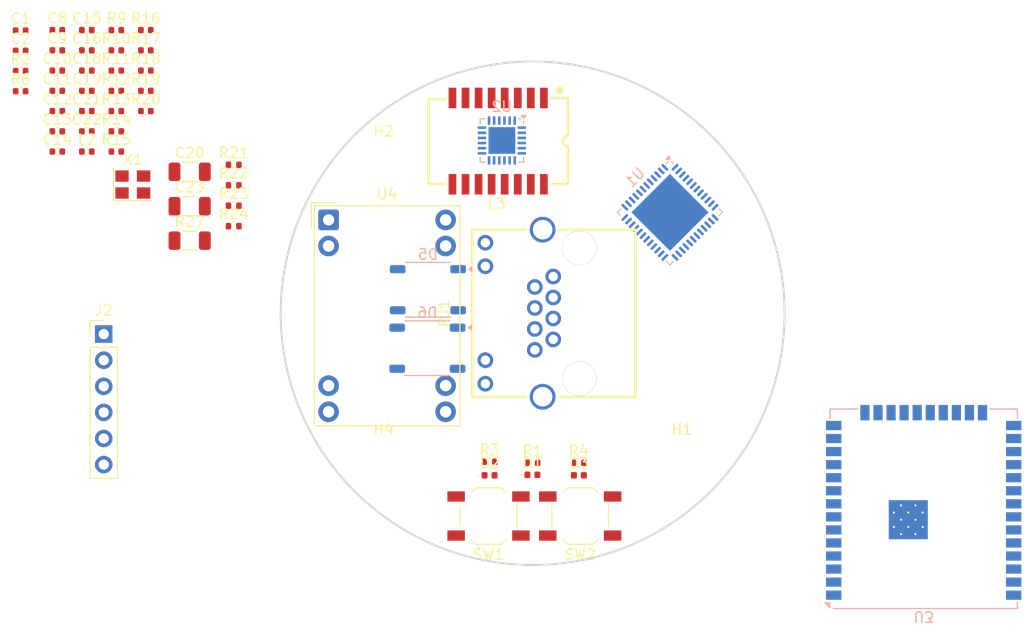
<source format=kicad_pcb>
(kicad_pcb (version 20240108) (generator "pcbnew") (generator_version "8.0")
  (layers (0 "F.Cu" signal) (1 "In1.Cu" power "GND") (2 "In2.Cu" signal) (3 "In3.Cu" signal) (4 "In4.Cu" power "GND2") (31 "B.Cu" signal) (34 "B.Paste" user) (35 "F.Paste" user) (36 "B.SilkS" user "B.Silkscreen") (37 "F.SilkS" user "F.Silkscreen") (38 "B.Mask" user) (39 "F.Mask" user) (44 "Edge.Cuts" user))
  (net 0 "")
  (net 1 "EN")
  (net 2 "GND")
  (net 3 "UserButton")
  (net 4 "VCC")
  (net 5 "+3V3")
  (net 6 "nRST")
  (net 7 "Net-(U2-VDDCR)")
  (net 8 "+3.3VA")
  (net 9 "CLK50M")
  (net 10 "Net-(C18-Pad2)")
  (net 11 "Net-(L3-RXCT)")
  (net 12 "Net-(L3-TXCT)")
  (net 13 "Net-(C19-Pad2)")
  (net 14 "Net-(C20-Pad1)")
  (net 15 "Earth")
  (net 16 "Net-(C21-Pad2)")
  (net 17 "Net-(C21-Pad1)")
  (net 18 "Net-(C22-Pad1)")
  (net 19 "Net-(C22-Pad2)")
  (net 20 "Net-(D1-A)")
  (net 21 "Net-(D2-A)")
  (net 22 "StateLED")
  (net 23 "Net-(D3-A)")
  (net 24 "Net-(D5-+)")
  (net 25 "Net-(D5--)")
  (net 26 "TX")
  (net 27 "IO0")
  (net 28 "RX")
  (net 29 "Net-(L3-TX-)")
  (net 30 "RXP")
  (net 31 "TXN")
  (net 32 "Net-(L3-RX+)")
  (net 33 "TXP")
  (net 34 "RXN")
  (net 35 "Net-(L3-RX-)")
  (net 36 "Net-(L3-TX+)")
  (net 37 "IO13_RXER")
  (net 38 "IO18_MDIO")
  (net 39 "OSCIN")
  (net 40 "ETHLEDGreen")
  (net 41 "Net-(U2-LED1{slash}REGOFF)")
  (net 42 "ETHLEDYel")
  (net 43 "Net-(U2-LED2{slash}nINTSEL)")
  (net 44 "Net-(U2-RBIAS)")
  (net 45 "+3.3V")
  (net 46 "IO19_TXD0")
  (net 47 "IO27_CRS_DV")
  (net 48 "IO23_MDC")
  (net 49 "IO34")
  (net 50 "IO12")
  (net 51 "IO25_RXD0")
  (net 52 "IO33")
  (net 53 "IO26_RXD1")
  (net 54 "WS28_Out")
  (net 55 "IO4")
  (net 56 "IO16_OSC_EN")
  (net 57 "IO32")
  (net 58 "IO21_TXEN")
  (net 59 "PowerSW")
  (net 60 "IO35")
  (net 61 "IO5")
  (net 62 "IO22_TXD1")
  (net 91 "Net-(U1-VDDA3P3-Pad3)")
  (net 106 "Net-(U1-VDDA-Pad1)")
  (footprint "LED_SMD:LED_0402_1005Metric" (layer "F.Cu") (at 148.2852 117.5258)
    (property "Reference" "D2" (at 0 -1.17 0) (layer "F.SilkS"))
    (property "Value" "LED")
    (pad "1" smd roundrect (at -0.485 0) (size 0.59 0.64) (layers "F.Cu" "F.Paste" "F.Mask") (net 2 "GND"))
    (pad "2" smd roundrect (at 0.485 0) (size 0.59 0.64) (layers "F.Cu" "F.Paste" "F.Mask") (net 21 "Net-(D2-A)"))
  )
  (footprint "Resistor_SMD:R_0402_1005Metric" (layer "F.Cu") (at 156.9466 116.3066)
    (property "Reference" "R4" (at 0 -1.17 0) (layer "F.SilkS"))
    (property "Value" "1k")
    (pad "1" smd roundrect (at -0.51 0) (size 0.54 0.64) (layers "F.Cu" "F.Paste" "F.Mask") (net 5 "+3V3"))
    (pad "2" smd roundrect (at 0.51 0) (size 0.54 0.64) (layers "F.Cu" "F.Paste" "F.Mask") (net 23 "Net-(D3-A)"))
  )
  (footprint "Capacitor_SMD:C_0402_1005Metric" (layer "F.Cu") (at 111.996 80.1112)
    (property "Reference" "R12" (at 0 -1.16 0) (layer "F.SilkS"))
    (property "Value" "33")
    (pad "1" smd roundrect (at -0.48 0) (size 0.56 0.62) (layers "F.Cu" "F.Paste" "F.Mask") (net 9 "CLK50M"))
    (pad "2" smd roundrect (at 0.48 0) (size 0.56 0.62) (layers "F.Cu" "F.Paste" "F.Mask") (net 39 "OSCIN"))
  )
  (footprint "Capacitor_SMD:C_0402_1005Metric" (layer "F.Cu") (at 102.6896 78.1812)
    (property "Reference" "R2" (at 0 -1.16 0) (layer "F.SilkS"))
    (property "Value" "4k7")
    (pad "1" smd roundrect (at -0.48 0) (size 0.56 0.62) (layers "F.Cu" "F.Paste" "F.Mask") (net 5 "+3V3"))
    (pad "2" smd roundrect (at 0.48 0) (size 0.56 0.62) (layers "F.Cu" "F.Paste" "F.Mask") (net 1 "EN"))
  )
  (footprint "Resistor_SMD:R_0402_1005Metric" (layer "F.Cu") (at 152.4508 116.3066)
    (property "Reference" "R1" (at 0 -1.17 0) (layer "F.SilkS"))
    (property "Value" "1k")
    (pad "1" smd roundrect (at -0.51 0) (size 0.54 0.64) (layers "F.Cu" "F.Paste" "F.Mask") (net 4 "VCC"))
    (pad "2" smd roundrect (at 0.51 0) (size 0.54 0.64) (layers "F.Cu" "F.Paste" "F.Mask") (net 20 "Net-(D1-A)"))
  )
  (footprint "Capacitor_SMD:C_0402_1005Metric" (layer "F.Cu") (at 109.126 76.1712)
    (property "Reference" "C16" (at 0 -1.16 0) (layer "F.SilkS"))
    (property "Value" "NC")
    (pad "1" smd roundrect (at -0.48 0) (size 0.56 0.62) (layers "F.Cu" "F.Paste" "F.Mask") (net 9 "CLK50M"))
    (pad "2" smd roundrect (at 0.48 0) (size 0.56 0.62) (layers "F.Cu" "F.Paste" "F.Mask") (net 2 "GND"))
  )
  (footprint "Capacitor_SMD:C_1206_3216Metric" (layer "F.Cu") (at 119.126 87.9912)
    (property "Reference" "C20" (at 0 -1.85 0) (layer "F.SilkS"))
    (property "Value" "1000pF/2KV")
    (pad "1" smd roundrect (at -1.475 0) (size 1.15 1.8) (layers "F.Cu" "F.Paste" "F.Mask") (roundrect_rratio 0.217391) (net 14 "Net-(C20-Pad1)"))
    (pad "2" smd roundrect (at 1.475 0) (size 1.15 1.8) (layers "F.Cu" "F.Paste" "F.Mask") (roundrect_rratio 0.217391) (net 15 "Earth"))
  )
  (footprint "Capacitor_SMD:C_0402_1005Metric" (layer "F.Cu") (at 109.126 74.2012)
    (property "Reference" "C15" (at 0 -1.16 0) (layer "F.SilkS"))
    (property "Value" "100n")
    (pad "1" smd roundrect (at -0.48 0) (size 0.56 0.62) (layers "F.Cu" "F.Paste" "F.Mask") (net 8 "+3.3VA"))
    (pad "2" smd roundrect (at 0.48 0) (size 0.56 0.62) (layers "F.Cu" "F.Paste" "F.Mask") (net 2 "GND"))
  )
  (footprint "Capacitor_SMD:C_0402_1005Metric" (layer "F.Cu") (at 114.866 78.1412)
    (property "Reference" "R18" (at 0 -1.16 0) (layer "F.SilkS"))
    (property "Value" "49R9")
    (pad "1" smd roundrect (at -0.48 0) (size 0.56 0.62) (layers "F.Cu" "F.Paste" "F.Mask") (net 8 "+3.3VA"))
    (pad "2" smd roundrect (at 0.48 0) (size 0.56 0.62) (layers "F.Cu" "F.Paste" "F.Mask") (net 31 "TXN"))
  )
  (footprint "LCSC:B1608S" (layer "F.Cu") (at 149.1234 85.0048 180)
    (property "Reference" "L3" (at 0.127 -6.096 180) (layer "F.SilkS"))
    (property "Value" "B1608S")
    (pad "1" smd rect (at -4.445 4.2 270) (size 2 0.75) (layers "F.Cu" "F.Paste" "F.Mask") (net 33 "TXP"))
    (pad "2" smd rect (at -3.175 4.2 270) (size 2 0.75) (layers "F.Cu" "F.Paste" "F.Mask") (net 8 "+3.3VA"))
    (pad "3" smd rect (at -1.905 4.2 270) (size 2 0.75) (layers "F.Cu" "F.Paste" "F.Mask") (net 31 "TXN"))
    (pad "4" smd rect (at -0.635 4.2 270) (size 2 0.75) (layers "F.Cu" "F.Paste" "F.Mask"))
    (pad "5" smd rect (at 0.635 4.2 270) (size 2 0.75) (layers "F.Cu" "F.Paste" "F.Mask"))
    (pad "6" smd rect (at 1.905 4.2 270) (size 2 0.75) (layers "F.Cu" "F.Paste" "F.Mask") (net 30 "RXP"))
    (pad "7" smd rect (at 3.175 4.2 270) (size 2 0.75) (layers "F.Cu" "F.Paste" "F.Mask") (net 8 "+3.3VA"))
    (pad "8" smd rect (at 4.445 4.2 270) (size 2 0.75) (layers "F.Cu" "F.Paste" "F.Mask") (net 34 "RXN"))
    (pad "9" smd rect (at 4.445 -4.2 270) (size 2 0.75) (layers "F.Cu" "F.Paste" "F.Mask") (net 35 "Net-(L3-RX-)"))
    (pad "10" smd rect (at 3.175 -4.2 270) (size 2 0.75) (layers "F.Cu" "F.Paste" "F.Mask") (net 11 "Net-(L3-RXCT)"))
    (pad "11" smd rect (at 1.905 -4.2 270) (size 2 0.75) (layers "F.Cu" "F.Paste" "F.Mask") (net 32 "Net-(L3-RX+)"))
    (pad "12" smd rect (at 0.635 -4.2 270) (size 2 0.75) (layers "F.Cu" "F.Paste" "F.Mask"))
    (pad "13" smd rect (at -0.635 -4.2 270) (size 2 0.75) (layers "F.Cu" "F.Paste" "F.Mask"))
    (pad "14" smd rect (at -1.905 -4.2 270) (size 2 0.75) (layers "F.Cu" "F.Paste" "F.Mask") (net 29 "Net-(L3-TX-)"))
    (pad "15" smd rect (at -3.175 -4.2 270) (size 2 0.75) (layers "F.Cu" "F.Paste" "F.Mask") (net 12 "Net-(L3-TXCT)"))
    (pad "16" smd rect (at -4.445 -4.2 270) (size 2 0.75) (layers "F.Cu" "F.Paste" "F.Mask") (net 36 "Net-(L3-TX+)"))
  )
  (footprint "Capacitor_SMD:C_0402_1005Metric" (layer "F.Cu") (at 106.256 78.1412)
    (property "Reference" "C10" (at 0 -1.16 0) (layer "F.SilkS"))
    (property "Value" "100n")
    (pad "1" smd roundrect (at -0.48 0) (size 0.56 0.62) (layers "F.Cu" "F.Paste" "F.Mask") (net 5 "+3V3"))
    (pad "2" smd roundrect (at 0.48 0) (size 0.56 0.62) (layers "F.Cu" "F.Paste" "F.Mask") (net 2 "GND"))
  )
  (footprint "Capacitor_SMD:C_0402_1005Metric" (layer "F.Cu") (at 111.996 74.2012)
    (property "Reference" "R9" (at 0 -1.16 0) (layer "F.SilkS"))
    (property "Value" "10k")
    (pad "1" smd roundrect (at -0.48 0) (size 0.56 0.62) (layers "F.Cu" "F.Paste" "F.Mask") (net 5 "+3V3"))
    (pad "2" smd roundrect (at 0.48 0) (size 0.56 0.62) (layers "F.Cu" "F.Paste" "F.Mask") (net 37 "IO13_RXER"))
  )
  (footprint "Button_Switch_SMD:SW_SPST_TL3342" (layer "F.Cu") (at 148.1836 121.4882 180)
    (property "Reference" "SW1" (at 0 -3.75 180) (layer "F.SilkS"))
    (property "Value" "Reset")
    (pad "1" smd rect (at -3.15 -1.9 180) (size 1.7 1) (layers "F.Cu" "F.Paste" "F.Mask") (net 2 "GND"))
    (pad "1" smd rect (at 3.15 -1.9 180) (size 1.7 1) (layers "F.Cu" "F.Paste" "F.Mask") (net 2 "GND"))
    (pad "2" smd rect (at -3.15 1.9 180) (size 1.7 1) (layers "F.Cu" "F.Paste" "F.Mask") (net 1 "EN"))
    (pad "2" smd rect (at 3.15 1.9 180) (size 1.7 1) (layers "F.Cu" "F.Paste" "F.Mask") (net 1 "EN"))
  )
  (footprint "Capacitor_SMD:C_0402_1005Metric" (layer "F.Cu") (at 114.866 74.2012)
    (property "Reference" "R16" (at 0 -1.16 0) (layer "F.SilkS"))
    (property "Value" "12k1")
    (pad "1" smd roundrect (at -0.48 0) (size 0.56 0.62) (layers "F.Cu" "F.Paste" "F.Mask") (net 44 "Net-(U2-RBIAS)"))
    (pad "2" smd roundrect (at 0.48 0) (size 0.56 0.62) (layers "F.Cu" "F.Paste" "F.Mask") (net 2 "GND"))
  )
  (footprint "Resistor_SMD:R_0402_1005Metric" (layer "F.Cu") (at 148.2852 116.205)
    (property "Reference" "R3" (at 0 -1.17 0) (layer "F.SilkS"))
    (property "Value" "1k")
    (pad "1" smd roundrect (at -0.51 0) (size 0.54 0.64) (layers "F.Cu" "F.Paste" "F.Mask") (net 5 "+3V3"))
    (pad "2" smd roundrect (at 0.51 0) (size 0.54 0.64) (layers "F.Cu" "F.Paste" "F.Mask") (net 21 "Net-(D2-A)"))
  )
  (footprint "Resistor_SMD:R_0402_1005Metric" (layer "F.Cu") (at 123.406 87.3112)
    (property "Reference" "R21" (at 0 -1.17 0) (layer "F.SilkS"))
    (property "Value" "75")
    (pad "1" smd roundrect (at -0.51 0) (size 0.54 0.64) (layers "F.Cu" "F.Paste" "F.Mask") (net 10 "Net-(C18-Pad2)"))
    (pad "2" smd roundrect (at 0.51 0) (size 0.54 0.64) (layers "F.Cu" "F.Paste" "F.Mask") (net 14 "Net-(C20-Pad1)"))
  )
  (footprint "Capacitor_SMD:C_0402_1005Metric" (layer "F.Cu") (at 109.126 84.0512)
    (property "Reference" "C22" (at 0 -1.16 0) (layer "F.SilkS"))
    (property "Value" "100n")
    (pad "1" smd roundrect (at -0.48 0) (size 0.56 0.62) (layers "F.Cu" "F.Paste" "F.Mask") (net 18 "Net-(C22-Pad1)"))
    (pad "2" smd roundrect (at 0.48 0) (size 0.56 0.62) (layers "F.Cu" "F.Paste" "F.Mask") (net 19 "Net-(C22-Pad2)"))
  )
  (footprint "Oscillator:Oscillator_SMD_Abracon_ASE-4Pin_3.2x2.5mm" (layer "F.Cu") (at 113.596 89.2312)
    (property "Reference" "X1" (at 0 -2.45 0) (layer "F.SilkS"))
    (property "Value" "ASV-50MHz")
    (pad "1" smd rect (at -1.05 0.825) (size 1.3 1.1) (layers "F.Cu" "F.Paste" "F.Mask") (net 56 "IO16_OSC_EN"))
    (pad "2" smd rect (at 1.05 0.825) (size 1.3 1.1) (layers "F.Cu" "F.Paste" "F.Mask") (net 2 "GND"))
    (pad "3" smd rect (at 1.05 -0.825) (size 1.3 1.1) (layers "F.Cu" "F.Paste" "F.Mask") (net 9 "CLK50M"))
    (pad "4" smd rect (at -1.05 -0.825) (size 1.3 1.1) (layers "F.Cu" "F.Paste" "F.Mask") (net 5 "+3V3"))
  )
  (footprint "Capacitor_SMD:C_0402_1005Metric" (layer "F.Cu") (at 109.126 82.0812)
    (property "Reference" "C21" (at 0 -1.16 0) (layer "F.SilkS"))
    (property "Value" "100n")
    (pad "1" smd roundrect (at -0.48 0) (size 0.56 0.62) (layers "F.Cu" "F.Paste" "F.Mask") (net 17 "Net-(C21-Pad1)"))
    (pad "2" smd roundrect (at 0.48 0) (size 0.56 0.62) (layers "F.Cu" "F.Paste" "F.Mask") (net 16 "Net-(C21-Pad2)"))
  )
  (footprint "Button_Switch_SMD:SW_SPST_TL3342" (layer "F.Cu") (at 157.099 121.4882 180)
    (property "Reference" "SW2" (at 0 -3.75 180) (layer "F.SilkS"))
    (property "Value" "User")
    (pad "1" smd rect (at -3.15 -1.9 180) (size 1.7 1) (layers "F.Cu" "F.Paste" "F.Mask") (net 2 "GND"))
    (pad "1" smd rect (at 3.15 -1.9 180) (size 1.7 1) (layers "F.Cu" "F.Paste" "F.Mask") (net 2 "GND"))
    (pad "2" smd rect (at -3.15 1.9 180) (size 1.7 1) (layers "F.Cu" "F.Paste" "F.Mask") (net 3 "UserButton"))
    (pad "2" smd rect (at 3.15 1.9 180) (size 1.7 1) (layers "F.Cu" "F.Paste" "F.Mask") (net 3 "UserButton"))
  )
  (footprint "Capacitor_SMD:C_0402_1005Metric" (layer "F.Cu") (at 114.866 76.1712)
    (property "Reference" "R17" (at 0 -1.16 0) (layer "F.SilkS"))
    (property "Value" "49R9")
    (pad "1" smd roundrect (at -0.48 0) (size 0.56 0.62) (layers "F.Cu" "F.Paste" "F.Mask") (net 8 "+3.3VA"))
    (pad "2" smd roundrect (at 0.48 0) (size 0.56 0.62) (layers "F.Cu" "F.Paste" "F.Mask") (net 33 "TXP"))
  )
  (footprint "LED_SMD:LED_0402_1005Metric" (layer "F.Cu") (at 156.972 117.5258)
    (property "Reference" "D3" (at 0 -1.17 0) (layer "F.SilkS"))
    (property "Value" "LED")
    (pad "1" smd roundrect (at -0.485 0) (size 0.59 0.64) (layers "F.Cu" "F.Paste" "F.Mask") (net 22 "StateLED"))
    (pad "2" smd roundrect (at 0.485 0) (size 0.59 0.64) (layers "F.Cu" "F.Paste" "F.Mask") (net 23 "Net-(D3-A)"))
  )
  (footprint "MountingHole:MountingHole_2.1mm" (layer "F.Cu") (at 137.9762 87.2524)
    (property "Reference" "H2" (at 0 -3.2 0) (layer "F.SilkS"))
    (property "Value" "MountingHole")
    (pad "" np_thru_hole circle (at 0 0) (size 2.1 2.1) (drill 2.1) (layers "*.Cu" "*.Mask"))
  )
  (footprint "Capacitor_SMD:C_0402_1005Metric" (layer "F.Cu") (at 114.866 80.1112)
    (property "Reference" "R19" (at 0 -1.16 0) (layer "F.SilkS"))
    (property "Value" "49R9")
    (pad "1" smd roundrect (at -0.48 0) (size 0.56 0.62) (layers "F.Cu" "F.Paste" "F.Mask") (net 8 "+3.3VA"))
    (pad "2" smd roundrect (at 0.48 0) (size 0.56 0.62) (layers "F.Cu" "F.Paste" "F.Mask") (net 30 "RXP"))
  )
  (footprint "MountingHole:MountingHole_2.1mm" (layer "F.Cu") (at 137.9762 116.2524)
    (property "Reference" "H4" (at 0 -3.2 0) (layer "F.SilkS"))
    (property "Value" "MountingHole")
    (pad "" np_thru_hole circle (at 0 0) (size 2.1 2.1) (drill 2.1) (layers "*.Cu" "*.Mask"))
  )
  (footprint "LED_SMD:LED_0402_1005Metric" (layer "F.Cu") (at 152.4532 117.475)
    (property "Reference" "D1" (at 0 -1.17 0) (layer "F.SilkS"))
    (property "Value" "LED")
    (pad "1" smd roundrect (at -0.485 0) (size 0.59 0.64) (layers "F.Cu" "F.Paste" "F.Mask") (net 2 "GND"))
    (pad "2" smd roundrect (at 0.485 0) (size 0.59 0.64) (layers "F.Cu" "F.Paste" "F.Mask") (net 20 "Net-(D1-A)"))
  )
  (footprint "Capacitor_SMD:C_0402_1005Metric" (layer "F.Cu") (at 109.126 78.1412)
    (property "Reference" "C18" (at 0 -1.16 0) (layer "F.SilkS"))
    (property "Value" "100n")
    (pad "1" smd roundrect (at -0.48 0) (size 0.56 0.62) (layers "F.Cu" "F.Paste" "F.Mask") (net 11 "Net-(L3-RXCT)"))
    (pad "2" smd roundrect (at 0.48 0) (size 0.56 0.62) (layers "F.Cu" "F.Paste" "F.Mask") (net 10 "Net-(C18-Pad2)"))
  )
  (footprint "Capacitor_SMD:C_0402_1005Metric" (layer "F.Cu") (at 109.126 80.1112)
    (property "Reference" "C19" (at 0 -1.16 0) (layer "F.SilkS"))
    (property "Value" "100n")
    (pad "1" smd roundrect (at -0.48 0) (size 0.56 0.62) (layers "F.Cu" "F.Paste" "F.Mask") (net 12 "Net-(L3-TXCT)"))
    (pad "2" smd roundrect (at 0.48 0) (size 0.56 0.62) (layers "F.Cu" "F.Paste" "F.Mask") (net 13 "Net-(C19-Pad2)"))
  )
  (footprint "Capacitor_SMD:C_0402_1005Metric" (layer "F.Cu") (at 106.256 74.2012)
    (property "Reference" "C8" (at 0 -1.16 0) (layer "F.SilkS"))
    (property "Value" "100n")
    (pad "1" smd roundrect (at -0.48 0) (size 0.56 0.62) (layers "F.Cu" "F.Paste" "F.Mask") (net 6 "nRST"))
    (pad "2" smd roundrect (at 0.48 0) (size 0.56 0.62) (layers "F.Cu" "F.Paste" "F.Mask") (net 2 "GND"))
  )
  (footprint "Converter_DCDC:Converter_DCDC_Silvertel_Ag99xxLP_THT" (layer "F.Cu") (at 132.6335 92.6714)
    (property "Reference" "U4" (at 5.69 -2.51 360) (layer "F.SilkS"))
    (property "Value" "Ag9905LP")
    (pad "1" thru_hole roundrect (at 0 0 270) (size 2 2) (drill 1.1) (layers "*.Cu" "*.Mask") (roundrect_rratio 0.125) (net 4 "VCC"))
    (pad "2" thru_hole circle (at 0 2.54 270) (size 2 2) (drill 1.12) (layers "*.Cu" "*.Mask") (net 4 "VCC"))
    (pad "3" thru_hole circle (at 0 16.13 270) (size 2 2) (drill 1.12) (layers "*.Cu" "*.Mask") (net 2 "GND"))
    (pad "4" thru_hole circle (at 0 18.67 270) (size 2 2) (drill 1.12) (layers "*.Cu" "*.Mask"))
    (pad "5" thru_hole circle (at 11.38 18.67 270) (size 2 2) (drill 1.12) (layers "*.Cu" "*.Mask") (net 24 "Net-(D5-+)"))
    (pad "6" thru_hole circle (at 11.38 16.13 270) (size 2 2) (drill 1.12) (layers "*.Cu" "*.Mask") (net 24 "Net-(D5-+)"))
    (pad "7" thru_hole circle (at 11.38 2.54 270) (size 2 2) (drill 1.12) (layers "*.Cu" "*.Mask") (net 25 "Net-(D5--)"))
    (pad "8" thru_hole circle (at 11.38 0 270) (size 2 2) (drill 1.12) (layers "*.Cu" "*.Mask") (net 25 "Net-(D5--)"))
  )
  (footprint "Connector_PinHeader_2.54mm:PinHeader_1x06_P2.54mm_Vertical" (layer "F.Cu") (at 110.7694 103.7844)
    (property "Reference" "J2" (at 0 -2.33 0) (layer "F.SilkS"))
    (property "Value" "Conn_01x06_Female")
    (pad "1" thru_hole rect (at 0 0) (size 1.7 1.7) (drill 1) (layers "*.Cu" "*.Mask") (net 5 "+3V3"))
    (pad "2" thru_hole oval (at 0 2.54) (size 1.7 1.7) (drill 1) (layers "*.Cu" "*.Mask") (net 2 "GND"))
    (pad "3" thru_hole oval (at 0 5.08) (size 1.7 1.7) (drill 1) (layers "*.Cu" "*.Mask") (net 26 "TX"))
    (pad "4" thru_hole oval (at 0 7.62) (size 1.7 1.7) (drill 1) (layers "*.Cu" "*.Mask") (net 28 "RX"))
    (pad "5" thru_hole oval (at 0 10.16) (size 1.7 1.7) (drill 1) (layers "*.Cu" "*.Mask") (net 27 "IO0"))
    (pad "6" thru_hole oval (at 0 12.7) (size 1.7 1.7) (drill 1) (layers "*.Cu" "*.Mask") (net 1 "EN"))
  )
  (footprint "Capacitor_SMD:C_0402_1005Metric" (layer "F.Cu") (at 111.996 76.1712)
    (property "Reference" "R10" (at 0 -1.16 0) (layer "F.SilkS"))
    (property "Value" "33")
    (pad "1" smd roundrect (at -0.48 0) (size 0.56 0.62) (layers "F.Cu" "F.Paste" "F.Mask") (net 9 "CLK50M"))
    (pad "2" smd roundrect (at 0.48 0) (size 0.56 0.62) (layers "F.Cu" "F.Paste" "F.Mask") (net 27 "IO0"))
  )
  (footprint "Resistor_SMD:R_0402_1005Metric" (layer "F.Cu") (at 123.406 89.3012)
    (property "Reference" "R22" (at 0 -1.17 0) (layer "F.SilkS"))
    (property "Value" "75")
    (pad "1" smd roundrect (at -0.51 0) (size 0.54 0.64) (layers "F.Cu" "F.Paste" "F.Mask") (net 13 "Net-(C19-Pad2)"))
    (pad "2" smd roundrect (at 0.51 0) (size 0.54 0.64) (layers "F.Cu" "F.Paste" "F.Mask") (net 14 "Net-(C20-Pad1)"))
  )
  (footprint "Capacitor_SMD:C_0402_1005Metric" (layer "F.Cu") (at 111.996 78.1412)
    (property "Reference" "R11" (at 0 -1.16 0) (layer "F.SilkS"))
    (property "Value" "1.5k")
    (pad "1" smd roundrect (at -0.48 0) (size 0.56 0.62) (layers "F.Cu" "F.Paste" "F.Mask") (net 5 "+3V3"))
    (pad "2" smd roundrect (at 0.48 0) (size 0.56 0.62) (layers "F.Cu" "F.Paste" "F.Mask") (net 38 "IO18_MDIO"))
  )
  (footprint "Capacitor_SMD:C_0402_1005Metric" (layer "F.Cu") (at 114.866 82.0812)
    (property "Reference" "R20" (at 0 -1.16 0) (layer "F.SilkS"))
    (property "Value" "49R9")
    (pad "1" smd roundrect (at -0.48 0) (size 0.56 0.62) (layers "F.Cu" "F.Paste" "F.Mask") (net 8 "+3.3VA"))
    (pad "2" smd roundrect (at 0.48 0) (size 0.56 0.62) (layers "F.Cu" "F.Paste" "F.Mask") (net 34 "RXN"))
  )
  (footprint "Capacitor_SMD:C_0402_1005Metric" (layer "F.Cu") (at 111.996 84.0512)
    (property "Reference" "R14" (at 0 -1.16 0) (layer "F.SilkS"))
    (property "Value" "1k")
    (pad "1" smd roundrect (at -0.48 0) (size 0.56 0.62) (layers "F.Cu" "F.Paste" "F.Mask") (net 41 "Net-(U2-LED1{slash}REGOFF)"))
    (pad "2" smd roundrect (at 0.48 0) (size 0.56 0.62) (layers "F.Cu" "F.Paste" "F.Mask") (net 40 "ETHLEDGreen"))
  )
  (footprint "Capacitor_SMD:C_1206_3216Metric" (layer "F.Cu") (at 119.126 91.3412)
    (property "Reference" "C23" (at 0 -1.85 0) (layer "F.SilkS"))
    (property "Value" "1000pF/2KV")
    (pad "1" smd roundrect (at -1.475 0) (size 1.15 1.8) (layers "F.Cu" "F.Paste" "F.Mask") (roundrect_rratio 0.217391) (net 15 "Earth"))
    (pad "2" smd roundrect (at 1.475 0) (size 1.15 1.8) (layers "F.Cu" "F.Paste" "F.Mask") (roundrect_rratio 0.217391) (net 2 "GND"))
  )
  (footprint "Capacitor_SMD:C_0402_1005Metric" (layer "F.Cu") (at 106.256 82.0812)
    (property "Reference" "C12" (at 0 -1.16 0) (layer "F.SilkS"))
    (property "Value" "100n")
    (pad "1" smd roundrect (at -0.48 0) (size 0.56 0.62) (layers "F.Cu" "F.Paste" "F.Mask") (net 7 "Net-(U2-VDDCR)"))
    (pad "2" smd roundrect (at 0.48 0) (size 0.56 0.62) (layers "F.Cu" "F.Paste" "F.Mask") (net 2 "GND"))
  )
  (footprint "Capacitor_SMD:C_0402_1005Metric" (layer "F.Cu") (at 111.996 86.0212)
    (property "Reference" "R15" (at 0 -1.16 0) (layer "F.SilkS"))
    (property "Value" "1k")
    (pad "1" smd roundrect (at -0.48 0) (size 0.56 0.62) (layers "F.Cu" "F.Paste" "F.Mask") (net 43 "Net-(U2-LED2{slash}nINTSEL)"))
    (pad "2" smd roundrect (at 0.48 0) (size 0.56 0.62) (layers "F.Cu" "F.Paste" "F.Mask") (net 42 "ETHLEDYel"))
  )
  (footprint "LCSC:RJ45-TH_R-RJ45R08P-C000" (layer "F.Cu") (at 151.1762 101.7524 90)
    (property "Reference" "RJ1" (at 0 -7.3 270) (layer "F.SilkS"))
    (property "Value" "R-RJ45R08P-C000")
    (pad "" thru_hole circle (at -6.35 5.84 90) (size 3.3 3.3) (drill 3.3) (layers "*.Cu" "*.Mask"))
    (pad "" thru_hole circle (at 6.35 5.84 90) (size 3.3 3.3) (drill 3.3) (layers "*.Cu" "*.Mask"))
    (pad "1" thru_hole circle (at 3.57 3.3 90) (size 1.52 1.52) (drill 0.9144) (layers "*.Cu" "*.Paste" "*.Mask") (net 36 "Net-(L3-TX+)"))
    (pad "2" thru_hole circle (at 2.55 1.51 90) (size 1.52 1.52) (drill 0.9144) (layers "*.Cu" "*.Paste" "*.Mask") (net 29 "Net-(L3-TX-)"))
    (pad "3" thru_hole circle (at 1.53 3.3 90) (size 1.52 1.52) (drill 0.9144) (layers "*.Cu" "*.Paste" "*.Mask") (net 32 "Net-(L3-RX+)"))
    (pad "4" thru_hole circle (at 0.51 1.51 90) (size 1.52 1.52) (drill 0.9144) (layers "*.Cu" "*.Paste" "*.Mask") (net 17 "Net-(C21-Pad1)"))
    (pad "5" thru_hole circle (at -0.51 3.3 90) (size 1.52 1.52) (drill 0.9144) (layers "*.Cu" "*.Paste" "*.Mask") (net 17 "Net-(C21-Pad1)"))
    (pad "6" thru_hole circle (at -1.53 1.51 90) (size 1.52 1.52) (drill 0.9144) (layers "*.Cu" "*.Paste" "*.Mask") (net 35 "Net-(L3-RX-)"))
    (pad "7" thru_hole circle (at -2.55 3.3 90) (size 1.52 1.52) (drill 0.9144) (layers "*.Cu" "*.Paste" "*.Mask") (net 18 "Net-(C22-Pad1)"))
    (pad "8" thru_hole circle (at -3.57 1.51 90) (size 1.52 1.52) (drill 0.9144) (layers "*.Cu" "*.Paste" "*.Mask") (net 18 "Net-(C22-Pad1)"))
    (pad "9" thru_hole circle (at -6.86 -3.3 90) (size 1.52 1.52) (drill 0.9144) (layers "*.Cu" "*.Paste" "*.Mask") (net 45 "+3.3V"))
    (pad "10" thru_hole circle (at -4.57 -3.3 90) (size 1.52 1.52) (drill 0.9144) (layers "*.Cu" "*.Paste" "*.Mask") (net 40 "ETHLEDGreen"))
    (pad "11" thru_hole circle (at 4.57 -3.3 90) (size 1.52 1.52) (drill 0.9144) (layers "*.Cu" "*.Paste" "*.Mask") (net 42 "ETHLEDYel"))
    (pad "12" thru_hole circle (at 6.86 -3.3 90) (size 1.52 1.52) (drill 0.9144) (layers "*.Cu" "*.Paste" "*.Mask") (net 45 "+3.3V"))
    (pad "13" thru_hole circle (at 8.13 2.27 90) (size 2.5 2.5) (drill 1.900022) (layers "*.Cu" "*.Paste" "*.Mask") (net 15 "Earth"))
    (pad "14" thru_hole circle (at -8.13 2.27 90) (size 2.5 2.5) (drill 1.900022) (layers "*.Cu" "*.Paste" "*.Mask") (net 15 "Earth"))
  )
  (footprint "Capacitor_SMD:C_0402_1005Metric" (layer "F.Cu") (at 106.256 76.1712)
    (property "Reference" "C9" (at 0 -1.16 0) (layer "F.SilkS"))
    (property "Value" "10u")
    (pad "1" smd roundrect (at -0.48 0) (size 0.56 0.62) (layers "F.Cu" "F.Paste" "F.Mask") (net 5 "+3V3"))
    (pad "2" smd roundrect (at 0.48 0) (size 0.56 0.62) (layers "F.Cu" "F.Paste" "F.Mask") (net 2 "GND"))
  )
  (footprint "Capacitor_SMD:C_0402_1005Metric" (layer "F.Cu") (at 111.996 82.0812)
    (property "Reference" "R13" (at 0 -1.16 0) (layer "F.SilkS"))
    (property "Value" "10k")
    (pad "1" smd roundrect (at -0.48 0) (size 0.56 0.62) (layers "F.Cu" "F.Paste" "F.Mask") (net 5 "+3V3"))
    (pad "2" smd roundrect (at 0.48 0) (size 0.56 0.62) (layers "F.Cu" "F.Paste" "F.Mask") (net 6 "nRST"))
  )
  (footprint "Capacitor_SMD:C_0402_1005Metric" (layer "F.Cu") (at 102.6896 76.2112)
    (property "Reference" "C2" (at 0 -1.16 0) (layer "F.SilkS"))
    (property "Value" "100n")
    (pad "1" smd roundrect (at -0.48 0) (size 0.56 0.62) (layers "F.Cu" "F.Paste" "F.Mask") (net 3 "UserButton"))
    (pad "2" smd roundrect (at 0.48 0) (size 0.56 0.62) (layers "F.Cu" "F.Paste" "F.Mask") (net 2 "GND"))
  )
  (footprint "Capacitor_SMD:C_1206_3216Metric" (layer "F.Cu") (at 119.126 94.6912)
    (property "Reference" "R27" (at 0 -1.85 0) (layer "F.SilkS"))
    (property "Value" "0")
    (pad "1" smd roundrect (at -1.475 0) (size 1.15 1.8) (layers "F.Cu" "F.Paste" "F.Mask") (roundrect_rratio 0.217391) (net 15 "Earth"))
    (pad "2" smd roundrect (at 1.475 0) (size 1.15 1.8) (layers "F.Cu" "F.Paste" "F.Mask") (roundrect_rratio 0.217391) (net 2 "GND"))
  )
  (footprint "Capacitor_SMD:C_0402_1005Metric" (layer "F.Cu") (at 106.256 80.1112)
    (property "Reference" "C11" (at 0 -1.16 0) (layer "F.SilkS"))
    (property "Value" "10u")
    (pad "1" smd roundrect (at -0.48 0) (size 0.56 0.62) (layers "F.Cu" "F.Paste" "F.Mask") (net 7 "Net-(U2-VDDCR)"))
    (pad "2" smd roundrect (at 0.48 0) (size 0.56 0.62) (layers "F.Cu" "F.Paste" "F.Mask") (net 2 "GND"))
  )
  (footprint "MountingHole:MountingHole_2.1mm" (layer "F.Cu") (at 166.9762 116.2524)
    (property "Reference" "H1" (at 0 -3.2 0) (layer "F.SilkS"))
    (property "Value" "MountingHole")
    (pad "" np_thru_hole circle (at 0 0) (size 2.1 2.1) (drill 2.1) (layers "*.Cu" "*.Mask"))
  )
  (footprint "Resistor_SMD:R_0402_1005Metric" (layer "F.Cu") (at 123.406 93.2812)
    (property "Reference" "R24" (at 0 -1.17 0) (layer "F.SilkS"))
    (property "Value" "75")
    (pad "1" smd roundrect (at -0.51 0) (size 0.54 0.64) (layers "F.Cu" "F.Paste" "F.Mask") (net 19 "Net-(C22-Pad2)"))
    (pad "2" smd roundrect (at 0.51 0) (size 0.54 0.64) (layers "F.Cu" "F.Paste" "F.Mask") (net 14 "Net-(C20-Pad1)"))
  )
  (footprint "Capacitor_SMD:C_0402_1005Metric" (layer "F.Cu") (at 106.256 86.0212)
    (property "Reference" "C14" (at 0 -1.16 0) (layer "F.SilkS"))
    (property "Value" "10u")
    (pad "1" smd roundrect (at -0.48 0) (size 0.56 0.62) (layers "F.Cu" "F.Paste" "F.Mask") (net 8 "+3.3VA"))
    (pad "2" smd roundrect (at 0.48 0) (size 0.56 0.62) (layers "F.Cu" "F.Paste" "F.Mask") (net 2 "GND"))
  )
  (footprint "Capacitor_SMD:C_0402_1005Metric" (layer "F.Cu") (at 102.6896 80.1512)
    (property "Reference" "R6" (at 0 -1.16 0) (layer "F.SilkS"))
    (property "Value" "4k7")
    (pad "1" smd roundrect (at -0.48 0) (size 0.56 0.62) (layers "F.Cu" "F.Paste" "F.Mask") (net 5 "+3V3"))
    (pad "2" smd roundrect (at 0.48 0) (size 0.56 0.62) (layers "F.Cu" "F.Paste" "F.Mask") (net 3 "UserButton"))
  )
  (footprint "Capacitor_SMD:C_0402_1005Metric" (layer "F.Cu") (at 102.6896 74.2412)
    (property "Reference" "C1" (at 0 -1.16 0) (layer "F.SilkS"))
    (property "Value" "100n")
    (pad "1" smd roundrect (at -0.48 0) (size 0.56 0.62) (layers "F.Cu" "F.Paste" "F.Mask") (net 1 "EN"))
    (pad "2" smd roundrect (at 0.48 0) (size 0.56 0.62) (layers "F.Cu" "F.Paste" "F.Mask") (net 2 "GND"))
  )
  (footprint "Capacitor_SMD:C_0402_1005Metric" (layer "F.Cu") (at 106.256 84.0512)
    (property "Reference" "C13" (at 0 -1.16 0) (layer "F.SilkS"))
    (property "Value" "100n")
    (pad "1" smd roundrect (at -0.48 0) (size 0.56 0.62) (layers "F.Cu" "F.Paste" "F.Mask") (net 5 "+3V3"))
    (pad "2" smd roundrect (at 0.48 0) (size 0.56 0.62) (layers "F.Cu" "F.Paste" "F.Mask") (net 2 "GND"))
  )
  (footprint "Resistor_SMD:R_0402_1005Metric" (layer "F.Cu") (at 123.406 91.2912)
    (property "Reference" "R23" (at 0 -1.17 0) (layer "F.SilkS"))
    (property "Value" "75")
    (pad "1" smd roundrect (at -0.51 0) (size 0.54 0.64) (layers "F.Cu" "F.Paste" "F.Mask") (net 16 "Net-(C21-Pad2)"))
    (pad "2" smd roundrect (at 0.51 0) (size 0.54 0.64) (layers "F.Cu" "F.Paste" "F.Mask") (net 14 "Net-(C20-Pad1)"))
  )
  (footprint "Capacitor_SMD:C_0402_1005Metric" (layer "F.Cu") (at 109.126 86.0212)
    (property "Reference" "L2" (at 0 -1.16 0) (layer "F.SilkS"))
    (property "Value" "L_Ferrite")
    (pad "1" smd roundrect (at -0.48 0) (size 0.56 0.62) (layers "F.Cu" "F.Paste" "F.Mask") (net 5 "+3V3"))
    (pad "2" smd roundrect (at 0.48 0) (size 0.56 0.62) (layers "F.Cu" "F.Paste" "F.Mask") (net 8 "+3.3VA"))
  )
  (footprint "RF_Module:ESP32-WROOM-32UE" (layer "B.Cu") (at 190.5 120.7798)
    (property "Reference" "U3" (at 0 10.5 180) (layer "B.SilkS") (effects (justify mirror)))
    (property "Value" "ESP32-WROOM-32UE")
    (pad "1" smd rect (at -8.75 8.41) (size 1.5 0.9) (layers "B.Cu" "B.Paste" "B.Mask") (net 2 "GND"))
    (pad "2" smd rect (at -8.75 7.14) (size 1.5 0.9) (layers "B.Cu" "B.Paste" "B.Mask") (net 5 "+3V3"))
    (pad "3" smd rect (at -8.75 5.87) (size 1.5 0.9) (layers "B.Cu" "B.Paste" "B.Mask") (net 1 "EN"))
    (pad "4" smd rect (at -8.75 4.6) (size 1.5 0.9) (layers "B.Cu" "B.Paste" "B.Mask") (net 3 "UserButton"))
    (pad "5" smd rect (at -8.75 3.33) (size 1.5 0.9) (layers "B.Cu" "B.Paste" "B.Mask"))
    (pad "6" smd rect (at -8.75 2.06) (size 1.5 0.9) (layers "B.Cu" "B.Paste" "B.Mask") (net 49 "IO34"))
    (pad "7" smd rect (at -8.75 0.79) (size 1.5 0.9) (layers "B.Cu" "B.Paste" "B.Mask") (net 60 "IO35"))
    (pad "8" smd rect (at -8.75 -0.48) (size 1.5 0.9) (layers "B.Cu" "B.Paste" "B.Mask") (net 57 "IO32"))
    (pad "9" smd rect (at -8.75 -1.75) (size 1.5 0.9) (layers "B.Cu" "B.Paste" "B.Mask") (net 52 "IO33"))
    (pad "10" smd rect (at -8.75 -3.02) (size 1.5 0.9) (layers "B.Cu" "B.Paste" "B.Mask") (net 51 "IO25_RXD0"))
    (pad "11" smd rect (at -8.75 -4.29) (size 1.5 0.9) (layers "B.Cu" "B.Paste" "B.Mask") (net 53 "IO26_RXD1"))
    (pad "12" smd rect (at -8.75 -5.56) (size 1.5 0.9) (layers "B.Cu" "B.Paste" "B.Mask") (net 47 "IO27_CRS_DV"))
    (pad "13" smd rect (at -8.75 -6.83) (size 1.5 0.9) (layers "B.Cu" "B.Paste" "B.Mask") (net 59 "PowerSW"))
    (pad "14" smd rect (at -8.75 -8.1) (size 1.5 0.9) (layers "B.Cu" "B.Paste" "B.Mask") (net 50 "IO12"))
    (pad "15" smd rect (at -5.715 -9.35 270) (size 1.5 0.9) (layers "B.Cu" "B.Paste" "B.Mask") (net 2 "GND"))
    (pad "16" smd rect (at -4.445 -9.35 270) (size 1.5 0.9) (layers "B.Cu" "B.Paste" "B.Mask") (net 37 "IO13_RXER"))
    (pad "17" smd rect (at -3.175 -9.35 270) (size 1.5 0.9) (layers "B.Cu" "B.Paste" "B.Mask"))
    (pad "18" smd rect (at -1.905 -9.35 270) (size 1.5 0.9) (layers "B.Cu" "B.Paste" "B.Mask"))
    (pad "19" smd rect (at -0.635 -9.35 270) (size 1.5 0.9) (layers "B.Cu" "B.Paste" "B.Mask"))
    (pad "20" smd rect (at 0.635 -9.35 270) (size 1.5 0.9) (layers "B.Cu" "B.Paste" "B.Mask"))
    (pad "21" smd rect (at 1.905 -9.35 270) (size 1.5 0.9) (layers "B.Cu" "B.Paste" "B.Mask"))
    (pad "22" smd rect (at 3.175 -9.35 270) (size 1.5 0.9) (layers "B.Cu" "B.Paste" "B.Mask"))
    (pad "23" smd rect (at 4.445 -9.35 270) (size 1.5 0.9) (layers "B.Cu" "B.Paste" "B.Mask"))
    (pad "24" smd rect (at 5.715 -9.35 270) (size 1.5 0.9) (layers "B.Cu" "B.Paste" "B.Mask") (net 54 "WS28_Out"))
    (pad "25" smd rect (at 8.75 -8.1) (size 1.5 0.9) (layers "B.Cu" "B.Paste" "B.Mask") (net 27 "IO0"))
    (pad "26" smd rect (at 8.75 -6.83) (size 1.5 0.9) (layers "B.Cu" "B.Paste" "B.Mask") (net 55 "IO4"))
    (pad "27" smd rect (at 8.75 -5.56) (size 1.5 0.9) (layers "B.Cu" "B.Paste" "B.Mask") (net 56 "IO16_OSC_EN"))
    (pad "28" smd rect (at 8.75 -4.29) (size 1.5 0.9) (layers "B.Cu" "B.Paste" "B.Mask") (net 22 "StateLED"))
    (pad "29" smd rect (at 8.75 -3.02) (size 1.5 0.9) (layers "B.Cu" "B.Paste" "B.Mask") (net 61 "IO5"))
    (pad "30" smd rect (at 8.75 -1.75) (size 1.5 0.9) (layers "B.Cu" "B.Paste" "B.Mask") (net 38 "IO18_MDIO"))
    (pad "31" smd rect (at 8.75 -0.48) (size 1.5 0.9) (layers "B.Cu" "B.Paste" "B.Mask") (net 46 "IO19_TXD0"))
    (pad "32" smd rect (at 8.75 0.79) (size 1.5 0.9) (layers "B.Cu" "B.Paste" "B.Mask"))
    (pad "33" smd rect (at 8.75 2.06) (size 1.5 0.9) (layers "B.Cu" "B.Paste" "B.Mask") (net 58 "IO21_TXEN"))
    (pad "34" smd rect (at 8.75 3.33) (size 1.5 0.9) (layers "B.Cu" "B.Paste" "B.Mask") (net 28 "RX"))
    (pad "35" smd rect (at 8.75 4.6) (size 1.5 0.9) (layers "B.Cu" "B.Paste" "B.Mask") (net 26 "TX"))
    (pad "36" smd rect (at 8.75 5.87) (size 1.5 0.9) (layers "B.Cu" "B.Paste" "B.Mask") (net 62 "IO22_TXD1"))
    (pad "37" smd rect (at 8.75 7.14) (size 1.5 0.9) (layers "B.Cu" "B.Paste" "B.Mask") (net 48 "IO23_MDC"))
    (pad "38" smd rect (at 8.75 8.41) (size 1.5 0.9) (layers "B.Cu" "B.Paste" "B.Mask") (net 2 "GND"))
    (pad "39" smd rect (at -2.9 -0.33) (size 0.9 0.9) (layers "B.Cu" "B.Paste") (net 2 "GND"))
    (pad "39" thru_hole circle (at -2.9 0.37) (size 0.6 0.6) (drill 0.2) (property pad_prop_heatsink) (layers "*.Cu" "B.Mask") (net 2 "GND"))
    (pad "39" smd rect (at -2.9 1.07) (size 0.9 0.9) (layers "B.Cu" "B.Paste") (net 2 "GND"))
    (pad "39" thru_hole circle (at -2.9 1.77) (size 0.6 0.6) (drill 0.2) (property pad_prop_heatsink) (layers "*.Cu" "B.Mask") (net 2 "GND"))
    (pad "39" smd rect (at -2.9 2.47) (size 0.9 0.9) (layers "B.Cu" "B.Paste") (net 2 "GND"))
    (pad "39" thru_hole circle (at -2.2 -0.33) (size 0.6 0.6) (drill 0.2) (property pad_prop_heatsink) (layers "*.Cu" "B.Mask") (net 2 "GND"))
    (pad "39" thru_hole circle (at -2.2 1.07) (size 0.6 0.6) (drill 0.2) (property pad_prop_heatsink) (layers "*.Cu" "B.Mask") (net 2 "GND"))
    (pad "39" thru_hole circle (at -2.2 2.47) (size 0.6 0.6) (drill 0.2) (property pad_prop_heatsink) (layers "*.Cu" "B.Mask") (net 2 "GND"))
    (pad "39" smd rect (at -1.5 -0.33) (size 0.9 0.9) (layers "B.Cu" "B.Paste") (net 2 "GND"))
    (pad "39" thru_hole circle (at -1.5 0.37) (size 0.6 0.6) (drill 0.2) (property pad_prop_heatsink) (layers "*.Cu" "B.Mask") (net 2 "GND"))
    (pad "39" smd rect (at -1.5 1.07) (size 0.9 0.9) (layers "B.Cu" "B.Paste") (net 2 "GND"))
    (pad "39" smd rect (at -1.5 1.07) (size 3.8 3.8) (layers "B.Cu" "B.Mask") (net 2 "GND"))
    (pad "39" thru_hole circle (at -1.5 1.77) (size 0.6 0.6) (drill 0.2) (property pad_prop_heatsink) (layers "*.Cu" "B.Mask") (net 2 "GND"))
    (pad "39" smd rect (at -1.5 2.47) (size 0.9 0.9) (layers "B.Cu" "B.Paste") (net 2 "GND"))
    (pad "39" thru_hole circle (at -0.8 -0.33) (size 0.6 0.6) (drill 0.2) (property pad_prop_heatsink) (layers "*.Cu" "B.Mask") (net 2 "GND"))
    (pad "39" thru_hole circle (at -0.8 1.07) (size 0.6 0.6) (drill 0.2) (property pad_prop_heatsink) (layers "*.Cu" "B.Mask") (net 2 "GND"))
    (pad "39" thru_hole circle (at -0.8 2.47) (size 0.6 0.6) (drill 0.2) (property pad_prop_heatsink) (layers "*.Cu" "B.Mask") (net 2 "GND"))
    (pad "39" smd rect (at -0.1 -0.33) (size 0.9 0.9) (layers "B.Cu" "B.Paste") (net 2 "GND"))
    (pad "39" thru_hole circle (at -0.1 0.37) (size 0.6 0.6) (drill 0.2) (property pad_prop_heatsink) (layers "*.Cu" "B.Mask") (net 2 "GND"))
    (pad "39" smd rect (at -0.1 1.07) (size 0.9 0.9) (layers "B.Cu" "B.Paste") (net 2 "GND"))
    (pad "39" thru_hole circle (at -0.1 1.77) (size 0.6 0.6) (drill 0.2) (property pad_prop_heatsink) (layers "*.Cu" "B.Mask") (net 2 "GND"))
    (pad "39" smd rect (at -0.1 2.47) (size 0.9 0.9) (layers "B.Cu" "B.Paste") (net 2 "GND"))
  )
  (footprint "Package_DFN_QFN:QFN-48-1EP_7x7mm_P0.5mm_EP5.3x5.3mm" (layer "B.Cu") (at 165.824225 91.937862 -135)
    (property "Reference" "U1" (at 0 4.800001 225) (layer "B.SilkS") (effects (justify mirror)))
    (property "Value" "ESP32-PICO-D4")
    (pad "1" smd roundrect (at -3.45 2.75 225) (size 0.8 0.25) (layers "B.Cu" "B.Paste" "B.Mask") (net 106 "Net-(U1-VDDA-Pad1)"))
    (pad "2" smd roundrect (at -3.45 2.25 225) (size 0.8 0.25) (layers "B.Cu" "B.Paste" "B.Mask"))
    (pad "3" smd roundrect (at -3.45 1.749999 225) (size 0.8 0.25) (layers "B.Cu" "B.Paste" "B.Mask") (net 91 "Net-(U1-VDDA3P3-Pad3)"))
    (pad "4" smd roundrect (at -3.45 1.25 225) (size 0.8 0.25) (layers "B.Cu" "B.Paste" "B.Mask") (net 91 "Net-(U1-VDDA3P3-Pad3)"))
    (pad "5" smd roundrect (at -3.449999 0.75 225) (size 0.8 0.25) (layers "B.Cu" "B.Paste" "B.Mask"))
    (pad "6" smd roundrect (at -3.45 0.25 225) (size 0.8 0.25) (layers "B.Cu" "B.Paste" "B.Mask"))
    (pad "7" smd roundrect (at -3.45 -0.25 225) (size 0.8 0.25) (layers "B.Cu" "B.Paste" "B.Mask"))
    (pad "8" smd roundrect (at -3.449999 -0.75 225) (size 0.8 0.25) (layers "B.Cu" "B.Paste" "B.Mask"))
    (pad "9" smd roundrect (at -3.45 -1.25 225) (size 0.8 0.25) (layers "B.Cu" "B.Paste" "B.Mask"))
    (pad "10" smd roundrect (at -3.45 -1.749999 225) (size 0.8 0.25) (layers "B.Cu" "B.Paste" "B.Mask"))
    (pad "11" smd roundrect (at -3.45 -2.25 225) (size 0.8 0.25) (layers "B.Cu" "B.Paste" "B.Mask"))
    (pad "12" smd roundrect (at -3.45 -2.75 225) (size 0.8 0.25) (layers "B.Cu" "B.Paste" "B.Mask"))
    (pad "13" smd roundrect (at -2.75 -3.45 225) (size 0.25 0.8) (layers "B.Cu" "B.Paste" "B.Mask"))
    (pad "14" smd roundrect (at -2.25 -3.45 225) (size 0.25 0.8) (layers "B.Cu" "B.Paste" "B.Mask"))
    (pad "15" smd roundrect (at -1.749999 -3.45 225) (size 0.25 0.8) (layers "B.Cu" "B.Paste" "B.Mask"))
    (pad "16" smd roundrect (at -1.25 -3.45 225) (size 0.25 0.8) (layers "B.Cu" "B.Paste" "B.Mask"))
    (pad "17" smd roundrect (at -0.75 -3.449999 225) (size 0.25 0.8) (layers "B.Cu" "B.Paste" "B.Mask"))
    (pad "18" smd roundrect (at -0.25 -3.45 225) (size 0.25 0.8) (layers "B.Cu" "B.Paste" "B.Mask"))
    (pad "19" smd roundrect (at 0.25 -3.45 225) (size 0.25 0.8) (layers "B.Cu" "B.Paste" "B.Mask"))
    (pad "20" smd roundrect (at 0.75 -3.449999 225) (size 0.25 0.8) (layers "B.Cu" "B.Paste" "B.Mask"))
    (pad "21" smd roundrect (at 1.25 -3.45 225) (size 0.25 0.8) (layers "B.Cu" "B.Paste" "B.Mask"))
    (pad "22" smd roundrect (at 1.749999 -3.45 225) (size 0.25 0.8) (layers "B.Cu" "B.Paste" "B.Mask"))
    (pad "23" smd roundrect (at 2.25 -3.45 225) (size 0.25 0.8) (layers "B.Cu" "B.Paste" "B.Mask"))
    (pad "24" smd roundrect (at 2.75 -3.45 225) (size 0.25 0.8) (layers "B.Cu" "B.Paste" "B.Mask"))
    (pad "25" smd roundrect (at 3.45 -2.75 225) (size 0.8 0.25) (layers "B.Cu" "B.Paste" "B.Mask"))
    (pad "26" smd roundrect (at 3.45 -2.25 225) (size 0.8 0.25) (layers "B.Cu" "B.Paste" "B.Mask"))
    (pad "27" smd roundrect (at 3.45 -1.749999 225) (size 0.8 0.25) (layers "B.Cu" "B.Paste" "B.Mask"))
    (pad "28" smd roundrect (at 3.45 -1.25 225) (size 0.8 0.25) (layers "B.Cu" "B.Paste" "B.Mask"))
    (pad "29" smd roundrect (at 3.449999 -0.75 225) (size 0.8 0.25) (layers "B.Cu" "B.Paste" "B.Mask"))
    (pad "30" smd roundrect (at 3.45 -0.25 225) (size 0.8 0.25) (layers "B.Cu" "B.Paste" "B.Mask"))
    (pad "31" smd roundrect (at 3.45 0.25 225) (size 0.8 0.25) (layers "B.Cu" "B.Paste" "B.Mask"))
    (pad "32" smd roundrect (at 3.449999 0.75 225) (size 0.8 0.25) (layers "B.Cu" "B.Paste" "B.Mask"))
    (pad "33" smd roundrect (at 3.45 1.25 225) (size 0.8 0.25) (layers "B.Cu" "B.Paste" "B.Mask"))
    (pad "34" smd roundrect (at 3.45 1.749999 225) (size 0.8 0.25) (layers "B.Cu" "B.Paste" "B.Mask"))
    (pad "35" smd roundrect (at 3.45 2.25 225) (size 0.8 0.25) (layers "B.Cu" "B.Paste" "B.Mask"))
    (pad "36" smd roundrect (at 3.45 2.75 225) (size 0.8 0.25) (layers "B.Cu" "B.Paste" "B.Mask"))
    (pad "37" smd roundrect (at 2.75 3.45 225) (size 0.25 0.8) (layers "B.Cu" "B.Paste" "B.Mask"))
    (pad "38" smd roundrect (at 2.25 3.45 225) (size 0.25 0.8) (layers "B.Cu" "B.Paste" "B.Mask"))
    (pad "39" smd roundrect (at 1.749999 3.45 225) (size 0.25 0.8) (layers "B.Cu" "B.Paste" "B.Mask"))
    (pad "40" smd roundrect (at 1.25 3.45 225) (size 0.25 0.8) (layers "B.Cu" "B.Paste" "B.Mask"))
    (pad "41" smd roundrect (at 0.75 3.449999 225) (size 0.25 0.8) (layers "B.Cu" "B.Paste" "B.Mask"))
    (pad "42" smd roundrect (at 0.25 3.45 225) (size 0.25 0.8) (layers "B.Cu" "B.Paste" "B.Mask"))
    (pad "43" smd roundrect (at -0.25 3.45 225) (size 0.25 0.8) (layers "B.Cu" "B.Paste" "B.Mask") (net 106 "Net-(U1-VDDA-Pad1)"))
    (pad "44" smd roundrect (at -0.75 3.449999 225) (size 0.25 0.8) (layers "B.Cu" "B.Paste" "B.Mask"))
    (pad "45" smd roundrect (at -1.25 3.45 225) (size 0.25 0.8) (layers "B.Cu" "B.Paste" "B.Mask"))
    (pad "46" smd roundrect (at -1.749999 3.45 225) (size 0.25 0.8) (layers "B.Cu" "B.Paste" "B.Mask") (net 106 "Net-(U1-VDDA-Pad1)"))
    (pad "47" smd roundrect (at -2.25 3.45 225) (size 0.25 0.8) (layers "B.Cu" "B.Paste" "B.Mask"))
    (pad "48" smd roundrect (at -2.75 3.45 225) (size 0.25 0.8) (layers "B.Cu" "B.Paste" "B.Mask"))
    (pad "49" smd rect (at 0 0 225) (size 5.3 5.3) (property pad_prop_heatsink) (layers "B.Cu" "B.Mask"))
  )
  (footprint "Package_DFN_QFN:QFN-24-1EP_4x4mm_P0.5mm_EP2.6x2.6mm" (layer "B.Cu") (at 149.483 84.9447 180)
    (property "Reference" "U2" (at 0 3.299999 180) (layer "B.SilkS") (effects (justify mirror)))
    (property "Value" "LAN8720A")
    (pad "1" smd roundrect (at -1.9375 1.25 180) (size 0.825 0.25) (layers "B.Cu" "B.Paste" "B.Mask") (net 8 "+3.3VA"))
    (pad "2" smd roundrect (at -1.937499 0.75 180) (size 0.825 0.25) (layers "B.Cu" "B.Paste" "B.Mask") (net 43 "Net-(U2-LED2{slash}nINTSEL)"))
    (pad "3" smd roundrect (at -1.9375 0.25 180) (size 0.825 0.25) (layers "B.Cu" "B.Paste" "B.Mask") (net 41 "Net-(U2-LED1{slash}REGOFF)"))
    (pad "4" smd roundrect (at -1.9375 -0.25 180) (size 0.825 0.25) (layers "B.Cu" "B.Paste" "B.Mask"))
    (pad "5" smd roundrect (at -1.937499 -0.75 180) (size 0.825 0.25) (layers "B.Cu" "B.Paste" "B.Mask") (net 39 "OSCIN"))
    (pad "6" smd roundrect (at -1.9375 -1.25 180) (size 0.825 0.25) (layers "B.Cu" "B.Paste" "B.Mask") (net 7 "Net-(U2-VDDCR)"))
    (pad "7" smd roundrect (at -1.25 -1.9375 180) (size 0.25 0.825) (layers "B.Cu" "B.Paste" "B.Mask") (net 53 "IO26_RXD1"))
    (pad "8" smd roundrect (at -0.75 -1.937499 180) (size 0.25 0.825) (layers "B.Cu" "B.Paste" "B.Mask") (net 51 "IO25_RXD0"))
    (pad "9" smd roundrect (at -0.25 -1.9375 180) (size 0.25 0.825) (layers "B.Cu" "B.Paste" "B.Mask") (net 5 "+3V3"))
    (pad "10" smd roundrect (at 0.25 -1.9375 180) (size 0.25 0.825) (layers "B.Cu" "B.Paste" "B.Mask") (net 37 "IO13_RXER"))
    (pad "11" smd roundrect (at 0.75 -1.937499 180) (size 0.25 0.825) (layers "B.Cu" "B.Paste" "B.Mask") (net 47 "IO27_CRS_DV"))
    (pad "12" smd roundrect (at 1.25 -1.9375 180) (size 0.25 0.825) (layers "B.Cu" "B.Paste" "B.Mask") (net 38 "IO18_MDIO"))
    (pad "13" smd roundrect (at 1.9375 -1.25 180) (size 0.825 0.25) (layers "B.Cu" "B.Paste" "B.Mask") (net 48 "IO23_MDC"))
    (pad "14" smd roundrect (at 1.937499 -0.75 180) (size 0.825 0.25) (layers "B.Cu" "B.Paste" "B.Mask") (net 27 "IO0"))
    (pad "15" smd roundrect (at 1.9375 -0.25 180) (size 0.825 0.25) (layers "B.Cu" "B.Paste" "B.Mask") (net 6 "nRST"))
    (pad "16" smd roundrect (at 1.9375 0.25 180) (size 0.825 0.25) (layers "B.Cu" "B.Paste" "B.Mask") (net 58 "IO21_TXEN"))
    (pad "17" smd roundrect (at 1.937499 0.75 180) (size 0.825 0.25) (layers "B.Cu" "B.Paste" "B.Mask") (net 46 "IO19_TXD0"))
    (pad "18" smd roundrect (at 1.9375 1.25 180) (size 0.825 0.25) (layers "B.Cu" "B.Paste" "B.Mask") (net 62 "IO22_TXD1"))
    (pad "19" smd roundrect (at 1.25 1.9375 180) (size 0.25 0.825) (layers "B.Cu" "B.Paste" "B.Mask") (net 8 "+3.3VA"))
    (pad "20" smd roundrect (at 0.75 1.937499 180) (size 0.25 0.825) (layers "B.Cu" "B.Paste" "B.Mask") (net 31 "TXN"))
    (pad "21" smd roundrect (at 0.25 1.9375 180) (size 0.25 0.825) (layers "B.Cu" "B.Paste" "B.Mask") (net 33 "TXP"))
    (pad "22" smd roundrect (at -0.25 1.9375 180) (size 0.25 0.825) (layers "B.Cu" "B.Paste" "B.Mask") (net 34 "RXN"))
    (pad "23" smd roundrect (at -0.75 1.937499 180) (size 0.25 0.825) (layers "B.Cu" "B.Paste" "B.Mask") (net 30 "RXP"))
    (pad "24" smd roundrect (at -1.25 1.9375 180) (size 0.25 0.825) (layers "B.Cu" "B.Paste" "B.Mask") (net 44 "Net-(U2-RBIAS)"))
    (pad "25" smd rect (at 0 0 180) (size 2.6 2.6) (property pad_prop_heatsink) (layers "B.Cu" "B.Mask") (net 2 "GND"))
  )
  (footprint "Package_SO:TSSOP-4_4.4x5mm_P4mm" (layer "B.Cu") (at 142.24 105.156 180)
    (property "Reference" "D6" (at 0 3.45 180) (layer "B.SilkS") (effects (justify mirror)))
    (property "Value" "MDB6S")
    (pad "1" smd roundrect (at -2.9375 2 180) (size 1.525 0.8) (layers "B.Cu" "B.Paste" "B.Mask") (net 24 "Net-(D5-+)"))
    (pad "2" smd roundrect (at -2.9375 -2 180) (size 1.525 0.8) (layers "B.Cu" "B.Paste" "B.Mask") (net 25 "Net-(D5--)"))
    (pad "3" smd roundrect (at 2.9375 -2 180) (size 1.525 0.8) (layers "B.Cu" "B.Paste" "B.Mask") (net 18 "Net-(C22-Pad1)"))
    (pad "4" smd roundrect (at 2.9375 2 180) (size 1.525 0.8) (layers "B.Cu" "B.Paste" "B.Mask") (net 17 "Net-(C21-Pad1)"))
  )
  (footprint "Package_SO:TSSOP-4_4.4x5mm_P4mm" (layer "B.Cu") (at 142.2908 99.4664 180)
    (property "Reference" "D5" (at 0 3.45 180) (layer "B.SilkS") (effects (justify mirror)))
    (property "Value" "MDB6S")
    (pad "1" smd roundrect (at -2.9375 2 180) (size 1.525 0.8) (layers "B.Cu" "B.Paste" "B.Mask") (net 24 "Net-(D5-+)"))
    (pad "2" smd roundrect (at -2.9375 -2 180) (size 1.525 0.8) (layers "B.Cu" "B.Paste" "B.Mask") (net 25 "Net-(D5--)"))
    (pad "3" smd roundrect (at 2.9375 -2 180) (size 1.525 0.8) (layers "B.Cu" "B.Paste" "B.Mask") (net 12 "Net-(L3-TXCT)"))
    (pad "4" smd roundrect (at 2.9375 2 180) (size 1.525 0.8) (layers "B.Cu" "B.Paste" "B.Mask") (net 11 "Net-(L3-RXCT)"))
  )
  (gr_circle (center 152.4762 101.7524) (end 176.9762 101.7524) (stroke (width 0.2)) (fill none) (layer "Edge.Cuts"))
)
</source>
